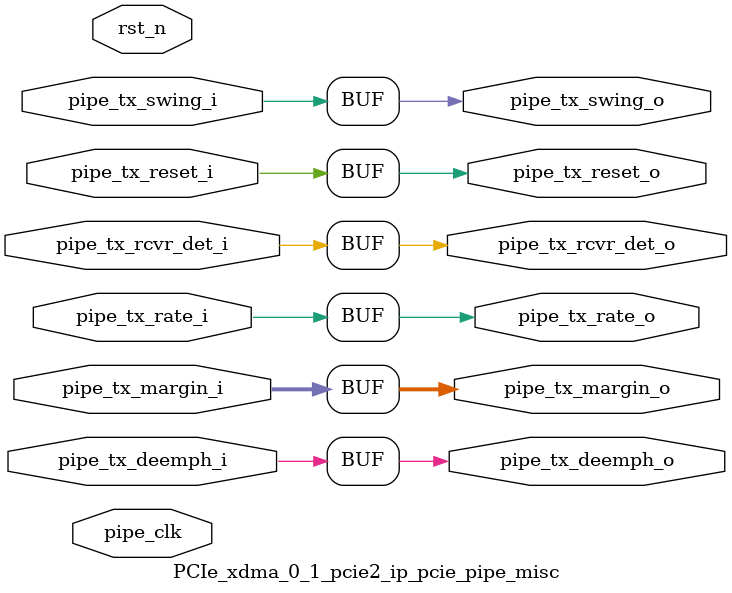
<source format=v>

`timescale 1ps/1ps

(* DowngradeIPIdentifiedWarnings = "yes" *)
module PCIe_xdma_0_1_pcie2_ip_pcie_pipe_misc #
(
    parameter        PIPE_PIPELINE_STAGES = 0,    // 0 - 0 stages, 1 - 1 stage, 2 - 2 stages
    parameter TCQ  = 1 // synthesis warning solved: parameter declaration becomes local
)
(

    input   wire        pipe_tx_rcvr_det_i       ,     // PIPE Tx Receiver Detect
    input   wire        pipe_tx_reset_i          ,     // PIPE Tx Reset
    input   wire        pipe_tx_rate_i           ,     // PIPE Tx Rate
    input   wire        pipe_tx_deemph_i         ,     // PIPE Tx Deemphasis
    input   wire [2:0]  pipe_tx_margin_i         ,     // PIPE Tx Margin
    input   wire        pipe_tx_swing_i          ,     // PIPE Tx Swing

    output  wire        pipe_tx_rcvr_det_o       ,     // Pipelined PIPE Tx Receiver Detect
    output  wire        pipe_tx_reset_o          ,     // Pipelined PIPE Tx Reset
    output  wire        pipe_tx_rate_o           ,     // Pipelined PIPE Tx Rate
    output  wire        pipe_tx_deemph_o         ,     // Pipelined PIPE Tx Deemphasis
    output  wire [2:0]  pipe_tx_margin_o         ,     // Pipelined PIPE Tx Margin
    output  wire        pipe_tx_swing_o          ,     // Pipelined PIPE Tx Swing

    input   wire        pipe_clk                ,      // PIPE Clock
    input   wire        rst_n                          // Reset
);

//******************************************************************//
// Reality check.                                                   //
//******************************************************************//

//    parameter TCQ  = 1;      // clock to out delay model

    generate

    if (PIPE_PIPELINE_STAGES == 0) begin : pipe_stages_0

        assign pipe_tx_rcvr_det_o = pipe_tx_rcvr_det_i;
        assign pipe_tx_reset_o  = pipe_tx_reset_i;
        assign pipe_tx_rate_o = pipe_tx_rate_i;
        assign pipe_tx_deemph_o = pipe_tx_deemph_i;
        assign pipe_tx_margin_o = pipe_tx_margin_i;
        assign pipe_tx_swing_o = pipe_tx_swing_i;

    end // if (PIPE_PIPELINE_STAGES == 0)
    else if (PIPE_PIPELINE_STAGES == 1) begin : pipe_stages_1

    reg                pipe_tx_rcvr_det_q       ;
    reg                pipe_tx_reset_q          ;
    reg                pipe_tx_rate_q           ;
    reg                pipe_tx_deemph_q         ;
    reg [2:0]          pipe_tx_margin_q         ;
    reg                pipe_tx_swing_q          ;

        always @(posedge pipe_clk) begin

        if (rst_n)
        begin

            pipe_tx_rcvr_det_q <= #TCQ 0;
            pipe_tx_reset_q  <= #TCQ 1'b1;
            pipe_tx_rate_q <= #TCQ 0;
            pipe_tx_deemph_q <= #TCQ 1'b1;
            pipe_tx_margin_q <= #TCQ 0;
            pipe_tx_swing_q <= #TCQ 0;

        end
        else
        begin

            pipe_tx_rcvr_det_q <= #TCQ pipe_tx_rcvr_det_i;
            pipe_tx_reset_q  <= #TCQ pipe_tx_reset_i;
            pipe_tx_rate_q <= #TCQ pipe_tx_rate_i;
            pipe_tx_deemph_q <= #TCQ pipe_tx_deemph_i;
            pipe_tx_margin_q <= #TCQ pipe_tx_margin_i;
            pipe_tx_swing_q <= #TCQ pipe_tx_swing_i;

          end

        end

        assign pipe_tx_rcvr_det_o = pipe_tx_rcvr_det_q;
        assign pipe_tx_reset_o  = pipe_tx_reset_q;
        assign pipe_tx_rate_o = pipe_tx_rate_q;
        assign pipe_tx_deemph_o = pipe_tx_deemph_q;
        assign pipe_tx_margin_o = pipe_tx_margin_q;
        assign pipe_tx_swing_o = pipe_tx_swing_q;

    end // if (PIPE_PIPELINE_STAGES == 1)
    else if (PIPE_PIPELINE_STAGES == 2) begin : pipe_stages_2

    reg                pipe_tx_rcvr_det_q       ;
    reg                pipe_tx_reset_q          ;
    reg                pipe_tx_rate_q           ;
    reg                pipe_tx_deemph_q         ;
    reg [2:0]          pipe_tx_margin_q         ;
    reg                pipe_tx_swing_q          ;

    reg                pipe_tx_rcvr_det_qq      ;
    reg                pipe_tx_reset_qq         ;
    reg                pipe_tx_rate_qq          ;
    reg                pipe_tx_deemph_qq        ;
    reg [2:0]          pipe_tx_margin_qq        ;
    reg                pipe_tx_swing_qq         ;

        always @(posedge pipe_clk) begin

        if (rst_n)
        begin

            pipe_tx_rcvr_det_q <= #TCQ 0;
            pipe_tx_reset_q  <= #TCQ 1'b1;
            pipe_tx_rate_q <= #TCQ 0;
            pipe_tx_deemph_q <= #TCQ 1'b1;
            pipe_tx_margin_q <= #TCQ 0;
            pipe_tx_swing_q <= #TCQ 0;

            pipe_tx_rcvr_det_qq <= #TCQ 0;
            pipe_tx_reset_qq  <= #TCQ 1'b1;
            pipe_tx_rate_qq <= #TCQ 0;
            pipe_tx_deemph_qq <= #TCQ 1'b1;
            pipe_tx_margin_qq <= #TCQ 0;
            pipe_tx_swing_qq <= #TCQ 0;

        end
        else
        begin

            pipe_tx_rcvr_det_q <= #TCQ pipe_tx_rcvr_det_i;
            pipe_tx_reset_q  <= #TCQ pipe_tx_reset_i;
            pipe_tx_rate_q <= #TCQ pipe_tx_rate_i;
            pipe_tx_deemph_q <= #TCQ pipe_tx_deemph_i;
            pipe_tx_margin_q <= #TCQ pipe_tx_margin_i;
            pipe_tx_swing_q <= #TCQ pipe_tx_swing_i;

            pipe_tx_rcvr_det_qq <= #TCQ pipe_tx_rcvr_det_q;
            pipe_tx_reset_qq  <= #TCQ pipe_tx_reset_q;
            pipe_tx_rate_qq <= #TCQ pipe_tx_rate_q;
            pipe_tx_deemph_qq <= #TCQ pipe_tx_deemph_q;
            pipe_tx_margin_qq <= #TCQ pipe_tx_margin_q;
            pipe_tx_swing_qq <= #TCQ pipe_tx_swing_q;

          end

        end

        assign pipe_tx_rcvr_det_o = pipe_tx_rcvr_det_qq;
        assign pipe_tx_reset_o  = pipe_tx_reset_qq;
        assign pipe_tx_rate_o = pipe_tx_rate_qq;
        assign pipe_tx_deemph_o = pipe_tx_deemph_qq;
        assign pipe_tx_margin_o = pipe_tx_margin_qq;
        assign pipe_tx_swing_o = pipe_tx_swing_qq;

    end // if (PIPE_PIPELINE_STAGES == 2)

    endgenerate

endmodule


</source>
